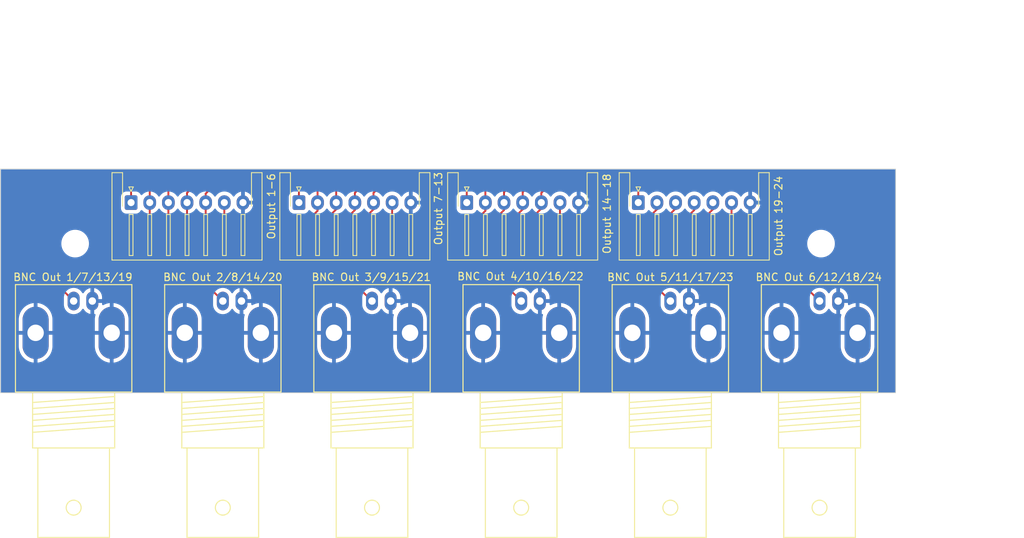
<source format=kicad_pcb>
(kicad_pcb (version 20221018) (generator pcbnew)
  (layers (0 "F.Cu" signal) (31 "B.Cu" signal) (34 "B.Paste" user) (35 "F.Paste" user) (36 "B.SilkS" user "B.Silkscreen") (37 "F.SilkS" user "F.Silkscreen") (38 "B.Mask" user) (39 "F.Mask" user) (44 "Edge.Cuts" user))
  (net 0 "")
  (net 1 "Blanking_Out1")
  (net 2 "Blanking_Out2")
  (net 3 "Blanking_Out3")
  (net 4 "Blanking_Out4")
  (net 5 "Blanking_Out5")
  (net 6 "Blanking_Out6")
  (net 7 "GNDREF")
  (footprint "Maxime:BNC_Socket_TYCO-AMP_LargePads" (layer "F.Cu") (at 139.8 77.7 180)
    (fp_text reference "J6" hide)
    (fp_text value "BNC Out 5/11/17/23" (at 0 8.2) (layer "F.SilkS"))
    (fp_line (start -7.80034 -7.2009) (end -7.80034 7.2009) (stroke (width 0.15)) (layer "F.SilkS"))
    (fp_line (start -7.80034 7.2009) (end 7.80034 7.2009) (stroke (width 0.15)) (layer "F.SilkS"))
    (fp_line (start -5.4991 -14.69898) (end -5.4991 -7.2009) (stroke (width 0.15)) (layer "F.SilkS"))
    (fp_line (start -5.4991 -11.80084) (end 5.4991 -12.60094) (stroke (width 0.15)) (layer "F.SilkS"))
    (fp_line (start -5.4991 -11.00074) (end 5.4991 -11.80084) (stroke (width 0.15)) (layer "F.SilkS"))
    (fp_line (start -5.4991 -10.20064) (end 5.4991 -11.00074) (stroke (width 0.15)) (layer "F.SilkS"))
    (fp_line (start -5.4991 -9.40054) (end 5.4991 -10.20064) (stroke (width 0.15)) (layer "F.SilkS"))
    (fp_line (start -5.4991 -8.60044) (end 5.4991 -9.40054) (stroke (width 0.15)) (layer "F.SilkS"))
    (fp_line (start -5.4991 -7.80034) (end 5.4991 -8.60044) (stroke (width 0.15)) (layer "F.SilkS"))
    (fp_line (start -4.8006 -26.70048) (end -4.8006 -14.69898) (stroke (width 0.15)) (layer "F.SilkS"))
    (fp_line (start 4.8006 -26.70048) (end -4.8006 -26.70048) (stroke (width 0.15)) (layer "F.SilkS"))
    (fp_line (start 4.8006 -14.69898) (end 4.8006 -26.70048) (stroke (width 0.15)) (layer "F.SilkS"))
    (fp_line (start 5.4991 -14.69898) (end -5.4991 -14.69898) (stroke (width 0.15)) (layer "F.SilkS"))
    (fp_line (start 5.4991 -7.2009) (end 5.4991 -14.69898) (stroke (width 0.15)) (layer "F.SilkS"))
    (fp_line (start 7.80034 -7.2009) (end -7.80034 -7.2009) (stroke (width 0.15)) (layer "F.SilkS"))
    (fp_line (start 7.80034 7.2009) (end 7.80034 -7.2009) (stroke (width 0.15)) (layer "F.SilkS"))
    (fp_circle (center 0 -22.69998) (end 1.00076 -22.69998) (stroke (width 0.15)) (fill none) (layer "F.SilkS"))
    (pad "1" thru_hole oval (at 0 5.00126 180) (size 1.6002 2.49936) (drill 1.00076) (layers "*.Cu" "*.Mask") (net 5 "Blanking_Out5"))
    (pad "2" thru_hole oval (at -5.09778 0.7366 180) (size 3.50012 7.00024) (drill 2.19964) (layers "*.Cu" "*.Mask") (net 7 "GNDREF"))
    (pad "2" thru_hole oval (at -2.49936 5.00126 180) (size 1.6002 2.49936) (drill 1.00076) (layers "*.Cu" "*.Mask") (net 7 "GNDREF"))
    (pad "2" thru_hole oval (at 5.10032 0.7366 180) (size 3.50012 7.00024) (drill 2.19964) (layers "*.Cu" "*.Mask") (net 7 "GNDREF"))
  )
  (footprint "Maxime:BNC_Socket_TYCO-AMP_LargePads" (layer "F.Cu") (at 159.8 77.7 180)
    (fp_text reference "J7" hide)
    (fp_text value "BNC Out 6/12/18/24" (at 0.1 8.2) (layer "F.SilkS"))
    (fp_line (start -7.80034 -7.2009) (end -7.80034 7.2009) (stroke (width 0.15)) (layer "F.SilkS"))
    (fp_line (start -7.80034 7.2009) (end 7.80034 7.2009) (stroke (width 0.15)) (layer "F.SilkS"))
    (fp_line (start -5.4991 -14.69898) (end -5.4991 -7.2009) (stroke (width 0.15)) (layer "F.SilkS"))
    (fp_line (start -5.4991 -11.80084) (end 5.4991 -12.60094) (stroke (width 0.15)) (layer "F.SilkS"))
    (fp_line (start -5.4991 -11.00074) (end 5.4991 -11.80084) (stroke (width 0.15)) (layer "F.SilkS"))
    (fp_line (start -5.4991 -10.20064) (end 5.4991 -11.00074) (stroke (width 0.15)) (layer "F.SilkS"))
    (fp_line (start -5.4991 -9.40054) (end 5.4991 -10.20064) (stroke (width 0.15)) (layer "F.SilkS"))
    (fp_line (start -5.4991 -8.60044) (end 5.4991 -9.40054) (stroke (width 0.15)) (layer "F.SilkS"))
    (fp_line (start -5.4991 -7.80034) (end 5.4991 -8.60044) (stroke (width 0.15)) (layer "F.SilkS"))
    (fp_line (start -4.8006 -26.70048) (end -4.8006 -14.69898) (stroke (width 0.15)) (layer "F.SilkS"))
    (fp_line (start 4.8006 -26.70048) (end -4.8006 -26.70048) (stroke (width 0.15)) (layer "F.SilkS"))
    (fp_line (start 4.8006 -14.69898) (end 4.8006 -26.70048) (stroke (width 0.15)) (layer "F.SilkS"))
    (fp_line (start 5.4991 -14.69898) (end -5.4991 -14.69898) (stroke (width 0.15)) (layer "F.SilkS"))
    (fp_line (start 5.4991 -7.2009) (end 5.4991 -14.69898) (stroke (width 0.15)) (layer "F.SilkS"))
    (fp_line (start 7.80034 -7.2009) (end -7.80034 -7.2009) (stroke (width 0.15)) (layer "F.SilkS"))
    (fp_line (start 7.80034 7.2009) (end 7.80034 -7.2009) (stroke (width 0.15)) (layer "F.SilkS"))
    (fp_circle (center 0 -22.69998) (end 1.00076 -22.69998) (stroke (width 0.15)) (fill none) (layer "F.SilkS"))
    (pad "1" thru_hole oval (at 0 5.00126 180) (size 1.6002 2.49936) (drill 1.00076) (layers "*.Cu" "*.Mask") (net 6 "Blanking_Out6"))
    (pad "2" thru_hole oval (at -5.09778 0.7366 180) (size 3.50012 7.00024) (drill 2.19964) (layers "*.Cu" "*.Mask") (net 7 "GNDREF"))
    (pad "2" thru_hole oval (at -2.49936 5.00126 180) (size 1.6002 2.49936) (drill 1.00076) (layers "*.Cu" "*.Mask") (net 7 "GNDREF"))
    (pad "2" thru_hole oval (at 5.10032 0.7366 180) (size 3.50012 7.00024) (drill 2.19964) (layers "*.Cu" "*.Mask") (net 7 "GNDREF"))
  )
  (footprint "MountingHole:MountingHole_3.2mm_M3" (layer "F.Cu") (at 60 65)
    (fp_text reference "REF**")
    (fp_text value "MountingHole_3.2mm_M3")
    (pad "" np_thru_hole circle (at 0 0) (size 3.2 3.2) (drill 3.2) (layers "*.Cu" "*.Mask"))
  )
  (footprint "Maxime:BNC_Socket_TYCO-AMP_LargePads" (layer "F.Cu") (at 119.8 77.7 180)
    (fp_text reference "J5" hide)
    (fp_text value "BNC Out 4/10/16/22" (at 0.1 8.3) (layer "F.SilkS"))
    (fp_line (start -7.80034 -7.2009) (end -7.80034 7.2009) (stroke (width 0.15)) (layer "F.SilkS"))
    (fp_line (start -7.80034 7.2009) (end 7.80034 7.2009) (stroke (width 0.15)) (layer "F.SilkS"))
    (fp_line (start -5.4991 -14.69898) (end -5.4991 -7.2009) (stroke (width 0.15)) (layer "F.SilkS"))
    (fp_line (start -5.4991 -11.80084) (end 5.4991 -12.60094) (stroke (width 0.15)) (layer "F.SilkS"))
    (fp_line (start -5.4991 -11.00074) (end 5.4991 -11.80084) (stroke (width 0.15)) (layer "F.SilkS"))
    (fp_line (start -5.4991 -10.20064) (end 5.4991 -11.00074) (stroke (width 0.15)) (layer "F.SilkS"))
    (fp_line (start -5.4991 -9.40054) (end 5.4991 -10.20064) (stroke (width 0.15)) (layer "F.SilkS"))
    (fp_line (start -5.4991 -8.60044) (end 5.4991 -9.40054) (stroke (width 0.15)) (layer "F.SilkS"))
    (fp_line (start -5.4991 -7.80034) (end 5.4991 -8.60044) (stroke (width 0.15)) (layer "F.SilkS"))
    (fp_line (start -4.8006 -26.70048) (end -4.8006 -14.69898) (stroke (width 0.15)) (layer "F.SilkS"))
    (fp_line (start 4.8006 -26.70048) (end -4.8006 -26.70048) (stroke (width 0.15)) (layer "F.SilkS"))
    (fp_line (start 4.8006 -14.69898) (end 4.8006 -26.70048) (stroke (width 0.15)) (layer "F.SilkS"))
    (fp_line (start 5.4991 -14.69898) (end -5.4991 -14.69898) (stroke (width 0.15)) (layer "F.SilkS"))
    (fp_line (start 5.4991 -7.2009) (end 5.4991 -14.69898) (stroke (width 0.15)) (layer "F.SilkS"))
    (fp_line (start 7.80034 -7.2009) (end -7.80034 -7.2009) (stroke (width 0.15)) (layer "F.SilkS"))
    (fp_line (start 7.80034 7.2009) (end 7.80034 -7.2009) (stroke (width 0.15)) (layer "F.SilkS"))
    (fp_circle (center 0 -22.69998) (end 1.00076 -22.69998) (stroke (width 0.15)) (fill none) (layer "F.SilkS"))
    (pad "1" thru_hole oval (at 0 5.00126 180) (size 1.6002 2.49936) (drill 1.00076) (layers "*.Cu" "*.Mask") (net 4 "Blanking_Out4"))
    (pad "2" thru_hole oval (at -5.09778 0.7366 180) (size 3.50012 7.00024) (drill 2.19964) (layers "*.Cu" "*.Mask") (net 7 "GNDREF"))
    (pad "2" thru_hole oval (at -2.49936 5.00126 180) (size 1.6002 2.49936) (drill 1.00076) (layers "*.Cu" "*.Mask") (net 7 "GNDREF"))
    (pad "2" thru_hole oval (at 5.10032 0.7366 180) (size 3.50012 7.00024) (drill 2.19964) (layers "*.Cu" "*.Mask") (net 7 "GNDREF"))
  )
  (footprint "Maxime:BNC_Socket_TYCO-AMP_LargePads" (layer "F.Cu") (at 79.8 77.7 180)
    (fp_text reference "J3" hide)
    (fp_text value "BNC Out 2/8/14/20" (at 0 8.2) (layer "F.SilkS"))
    (fp_line (start -7.80034 -7.2009) (end -7.80034 7.2009) (stroke (width 0.15)) (layer "F.SilkS"))
    (fp_line (start -7.80034 7.2009) (end 7.80034 7.2009) (stroke (width 0.15)) (layer "F.SilkS"))
    (fp_line (start -5.4991 -14.69898) (end -5.4991 -7.2009) (stroke (width 0.15)) (layer "F.SilkS"))
    (fp_line (start -5.4991 -11.80084) (end 5.4991 -12.60094) (stroke (width 0.15)) (layer "F.SilkS"))
    (fp_line (start -5.4991 -11.00074) (end 5.4991 -11.80084) (stroke (width 0.15)) (layer "F.SilkS"))
    (fp_line (start -5.4991 -10.20064) (end 5.4991 -11.00074) (stroke (width 0.15)) (layer "F.SilkS"))
    (fp_line (start -5.4991 -9.40054) (end 5.4991 -10.20064) (stroke (width 0.15)) (layer "F.SilkS"))
    (fp_line (start -5.4991 -8.60044) (end 5.4991 -9.40054) (stroke (width 0.15)) (layer "F.SilkS"))
    (fp_line (start -5.4991 -7.80034) (end 5.4991 -8.60044) (stroke (width 0.15)) (layer "F.SilkS"))
    (fp_line (start -4.8006 -26.70048) (end -4.8006 -14.69898) (stroke (width 0.15)) (layer "F.SilkS"))
    (fp_line (start 4.8006 -26.70048) (end -4.8006 -26.70048) (stroke (width 0.15)) (layer "F.SilkS"))
    (fp_line (start 4.8006 -14.69898) (end 4.8006 -26.70048) (stroke (width 0.15)) (layer "F.SilkS"))
    (fp_line (start 5.4991 -14.69898) (end -5.4991 -14.69898) (stroke (width 0.15)) (layer "F.SilkS"))
    (fp_line (start 5.4991 -7.2009) (end 5.4991 -14.69898) (stroke (width 0.15)) (layer "F.SilkS"))
    (fp_line (start 7.80034 -7.2009) (end -7.80034 -7.2009) (stroke (width 0.15)) (layer "F.SilkS"))
    (fp_line (start 7.80034 7.2009) (end 7.80034 -7.2009) (stroke (width 0.15)) (layer "F.SilkS"))
    (fp_circle (center 0 -22.69998) (end 1.00076 -22.69998) (stroke (width 0.15)) (fill none) (layer "F.SilkS"))
    (pad "1" thru_hole oval (at 0 5.00126 180) (size 1.6002 2.49936) (drill 1.00076) (layers "*.Cu" "*.Mask") (net 2 "Blanking_Out2"))
    (pad "2" thru_hole oval (at -5.09778 0.7366 180) (size 3.50012 7.00024) (drill 2.19964) (layers "*.Cu" "*.Mask") (net 7 "GNDREF"))
    (pad "2" thru_hole oval (at -2.49936 5.00126 180) (size 1.6002 2.49936) (drill 1.00076) (layers "*.Cu" "*.Mask") (net 7 "GNDREF"))
    (pad "2" thru_hole oval (at 5.10032 0.7366 180) (size 3.50012 7.00024) (drill 2.19964) (layers "*.Cu" "*.Mask") (net 7 "GNDREF"))
  )
  (footprint "MountingHole:MountingHole_3.2mm_M3" (layer "F.Cu") (at 160 65)
    (fp_text reference "REF**")
    (fp_text value "MountingHole_3.2mm_M3")
    (pad "" np_thru_hole circle (at 0 0) (size 3.2 3.2) (drill 3.2) (layers "*.Cu" "*.Mask"))
  )
  (footprint "Connector_JST:JST_XH_S7B-XH-A-1_1x07_P2.50mm_Horizontal" (layer "F.Cu") (at 135.5 59.5)
    (fp_text reference "J10")
    (fp_text value "Output 19-24" (at 18.8 1.8 90) (layer "F.SilkS"))
    (fp_line (start -2.56 -4.01) (end -1.14 -4.01) (stroke (width 0.12)) (layer "F.SilkS"))
    (fp_line (start -2.56 7.71) (end -2.56 -4.01) (stroke (width 0.12)) (layer "F.SilkS"))
    (fp_line (start -1.14 -4.01) (end -1.14 0.49) (stroke (width 0.12)) (layer "F.SilkS"))
    (fp_line (start -0.3 -2.1) (end 0.3 -2.1) (stroke (width 0.12)) (layer "F.SilkS"))
    (fp_line (start -0.25 1.6) (end -0.25 7.1) (stroke (width 0.12)) (layer "F.SilkS"))
    (fp_line (start -0.25 7.1) (end 0.25 7.1) (stroke (width 0.12)) (layer "F.SilkS"))
    (fp_line (start 0 -1.5) (end -0.3 -2.1) (stroke (width 0.12)) (layer "F.SilkS"))
    (fp_line (start 0.25 1.6) (end -0.25 1.6) (stroke (width 0.12)) (layer "F.SilkS"))
    (fp_line (start 0.25 7.1) (end 0.25 1.6) (stroke (width 0.12)) (layer "F.SilkS"))
    (fp_line (start 0.3 -2.1) (end 0 -1.5) (stroke (width 0.12)) (layer "F.SilkS"))
    (fp_line (start 2.25 1.6) (end 2.25 7.1) (stroke (width 0.12)) (layer "F.SilkS"))
    (fp_line (start 2.25 7.1) (end 2.75 7.1) (stroke (width 0.12)) (layer "F.SilkS"))
    (fp_line (start 2.75 1.6) (end 2.25 1.6) (stroke (width 0.12)) (layer "F.SilkS"))
    (fp_line (start 2.75 7.1) (end 2.75 1.6) (stroke (width 0.12)) (layer "F.SilkS"))
    (fp_line (start 4.75 1.6) (end 4.75 7.1) (stroke (width 0.12)) (layer "F.SilkS"))
    (fp_line (start 4.75 7.1) (end 5.25 7.1) (stroke (width 0.12)) (layer "F.SilkS"))
    (fp_line (start 5.25 1.6) (end 4.75 1.6) (stroke (width 0.12)) (layer "F.SilkS"))
    (fp_line (start 5.25 7.1) (end 5.25 1.6) (stroke (width 0.12)) (layer "F.SilkS"))
    (fp_line (start 7.25 1.6) (end 7.25 7.1) (stroke (width 0.12)) (layer "F.SilkS"))
    (fp_line (start 7.25 7.1) (end 7.75 7.1) (stroke (width 0.12)) (layer "F.SilkS"))
    (fp_line (start 7.5 7.71) (end -2.56 7.71) (stroke (width 0.12)) (layer "F.SilkS"))
    (fp_line (start 7.5 7.71) (end 17.56 7.71) (stroke (width 0.12)) (layer "F.SilkS"))
    (fp_line (start 7.75 1.6) (end 7.25 1.6) (stroke (width 0.12)) (layer "F.SilkS"))
    (fp_line (start 7.75 7.1) (end 7.75 1.6) (stroke (width 0.12)) (layer "F.SilkS"))
    (fp_line (start 9.75 1.6) (end 9.75 7.1) (stroke (width 0.12)) (layer "F.SilkS"))
    (fp_line (start 9.75 7.1) (end 10.25 7.1) (stroke (width 0.12)) (layer "F.SilkS"))
    (fp_line (start 10.25 1.6) (end 9.75 1.6) (stroke (width 0.12)) (layer "F.SilkS"))
    (fp_line (start 10.25 7.1) (end 10.25 1.6) (stroke (width 0.12)) (layer "F.SilkS"))
    (fp_line (start 12.25 1.6) (end 12.25 7.1) (stroke (width 0.12)) (layer "F.SilkS"))
    (fp_line (start 12.25 7.1) (end 12.75 7.1) (stroke (width 0.12)) (layer "F.SilkS"))
    (fp_line (start 12.75 1.6) (end 12.25 1.6) (stroke (width 0.12)) (layer "F.SilkS"))
    (fp_line (start 12.75 7.1) (end 12.75 1.6) (stroke (width 0.12)) (layer "F.SilkS"))
    (fp_line (start 14.75 1.6) (end 14.75 7.1) (stroke (width 0.12)) (layer "F.SilkS"))
    (fp_line (start 14.75 7.1) (end 15.25 7.1) (stroke (width 0.12)) (layer "F.SilkS"))
    (fp_line (start 15.25 1.6) (end 14.75 1.6) (stroke (width 0.12)) (layer "F.SilkS"))
    (fp_line (start 15.25 7.1) (end 15.25 1.6) (stroke (width 0.12)) (layer "F.SilkS"))
    (fp_line (start 16.14 -4.01) (end 16.14 0.49) (stroke (width 0.12)) (layer "F.SilkS"))
    (fp_line (start 17.56 -4.01) (end 16.14 -4.01) (stroke (width 0.12)) (layer "F.SilkS"))
    (fp_line (start 17.56 7.71) (end 17.56 -4.01) (stroke (width 0.12)) (layer "F.SilkS"))
    (pad "1" thru_hole roundrect (at 0 0) (size 1.7 1.95) (drill 0.95) (layers "*.Cu" "*.Mask") (roundrect_rratio 0.1470588235) (net 1 "Blanking_Out1"))
    (pad "2" thru_hole oval (at 2.5 0) (size 1.7 1.95) (drill 0.95) (layers "*.Cu" "*.Mask") (net 2 "Blanking_Out2"))
    (pad "3" thru_hole oval (at 5 0) (size 1.7 1.95) (drill 0.95) (layers "*.Cu" "*.Mask") (net 3 "Blanking_Out3"))
    (pad "4" thru_hole oval (at 7.5 0) (size 1.7 1.95) (drill 0.95) (layers "*.Cu" "*.Mask") (net 4 "Blanking_Out4"))
    (pad "5" thru_hole oval (at 10 0) (size 1.7 1.95) (drill 0.95) (layers "*.Cu" "*.Mask") (net 5 "Blanking_Out5"))
    (pad "6" thru_hole oval (at 12.5 0) (size 1.7 1.95) (drill 0.95) (layers "*.Cu" "*.Mask") (net 6 "Blanking_Out6"))
    (pad "7" thru_hole oval (at 15 0) (size 1.7 1.95) (drill 0.95) (layers "*.Cu" "*.Mask") (net 7 "GNDREF"))
  )
  (footprint "Maxime:BNC_Socket_TYCO-AMP_LargePads" (layer "F.Cu") (at 99.8 77.7 180)
    (fp_text reference "J4" hide)
    (fp_text value "BNC Out 3/9/15/21" (at 0.1 8.2) (layer "F.SilkS"))
    (fp_line (start -7.80034 -7.2009) (end -7.80034 7.2009) (stroke (width 0.15)) (layer "F.SilkS"))
    (fp_line (start -7.80034 7.2009) (end 7.80034 7.2009) (stroke (width 0.15)) (layer "F.SilkS"))
    (fp_line (start -5.4991 -14.69898) (end -5.4991 -7.2009) (stroke (width 0.15)) (layer "F.SilkS"))
    (fp_line (start -5.4991 -11.80084) (end 5.4991 -12.60094) (stroke (width 0.15)) (layer "F.SilkS"))
    (fp_line (start -5.4991 -11.00074) (end 5.4991 -11.80084) (stroke (width 0.15)) (layer "F.SilkS"))
    (fp_line (start -5.4991 -10.20064) (end 5.4991 -11.00074) (stroke (width 0.15)) (layer "F.SilkS"))
    (fp_line (start -5.4991 -9.40054) (end 5.4991 -10.20064) (stroke (width 0.15)) (layer "F.SilkS"))
    (fp_line (start -5.4991 -8.60044) (end 5.4991 -9.40054) (stroke (width 0.15)) (layer "F.SilkS"))
    (fp_line (start -5.4991 -7.80034) (end 5.4991 -8.60044) (stroke (width 0.15)) (layer "F.SilkS"))
    (fp_line (start -4.8006 -26.70048) (end -4.8006 -14.69898) (stroke (width 0.15)) (layer "F.SilkS"))
    (fp_line (start 4.8006 -26.70048) (end -4.8006 -26.70048) (stroke (width 0.15)) (layer "F.SilkS"))
    (fp_line (start 4.8006 -14.69898) (end 4.8006 -26.70048) (stroke (width 0.15)) (layer "F.SilkS"))
    (fp_line (start 5.4991 -14.69898) (end -5.4991 -14.69898) (stroke (width 0.15)) (layer "F.SilkS"))
    (fp_line (start 5.4991 -7.2009) (end 5.4991 -14.69898) (stroke (width 0.15)) (layer "F.SilkS"))
    (fp_line (start 7.80034 -7.2009) (end -7.80034 -7.2009) (stroke (width 0.15)) (layer "F.SilkS"))
    (fp_line (start 7.80034 7.2009) (end 7.80034 -7.2009) (stroke (width 0.15)) (layer "F.SilkS"))
    (fp_circle (center 0 -22.69998) (end 1.00076 -22.69998) (stroke (width 0.15)) (fill none) (layer "F.SilkS"))
    (pad "1" thru_hole oval (at 0 5.00126 180) (size 1.6002 2.49936) (drill 1.00076) (layers "*.Cu" "*.Mask") (net 3 "Blanking_Out3"))
    (pad "2" thru_hole oval (at -5.09778 0.7366 180) (size 3.50012 7.00024) (drill 2.19964) (layers "*.Cu" "*.Mask") (net 7 "GNDREF"))
    (pad "2" thru_hole oval (at -2.49936 5.00126 180) (size 1.6002 2.49936) (drill 1.00076) (layers "*.Cu" "*.Mask") (net 7 "GNDREF"))
    (pad "2" thru_hole oval (at 5.10032 0.7366 180) (size 3.50012 7.00024) (drill 2.19964) (layers "*.Cu" "*.Mask") (net 7 "GNDREF"))
  )
  (footprint "Connector_JST:JST_XH_S7B-XH-A-1_1x07_P2.50mm_Horizontal" (layer "F.Cu") (at 112.5 59.5)
    (fp_text reference "J9")
    (fp_text value "Output 14-18" (at 18.8 1.5 90) (layer "F.SilkS"))
    (fp_line (start -2.56 -4.01) (end -1.14 -4.01) (stroke (width 0.12)) (layer "F.SilkS"))
    (fp_line (start -2.56 7.71) (end -2.56 -4.01) (stroke (width 0.12)) (layer "F.SilkS"))
    (fp_line (start -1.14 -4.01) (end -1.14 0.49) (stroke (width 0.12)) (layer "F.SilkS"))
    (fp_line (start -0.3 -2.1) (end 0.3 -2.1) (stroke (width 0.12)) (layer "F.SilkS"))
    (fp_line (start -0.25 1.6) (end -0.25 7.1) (stroke (width 0.12)) (layer "F.SilkS"))
    (fp_line (start -0.25 7.1) (end 0.25 7.1) (stroke (width 0.12)) (layer "F.SilkS"))
    (fp_line (start 0 -1.5) (end -0.3 -2.1) (stroke (width 0.12)) (layer "F.SilkS"))
    (fp_line (start 0.25 1.6) (end -0.25 1.6) (stroke (width 0.12)) (layer "F.SilkS"))
    (fp_line (start 0.25 7.1) (end 0.25 1.6) (stroke (width 0.12)) (layer "F.SilkS"))
    (fp_line (start 0.3 -2.1) (end 0 -1.5) (stroke (width 0.12)) (layer "F.SilkS"))
    (fp_line (start 2.25 1.6) (end 2.25 7.1) (stroke (width 0.12)) (layer "F.SilkS"))
    (fp_line (start 2.25 7.1) (end 2.75 7.1) (stroke (width 0.12)) (layer "F.SilkS"))
    (fp_line (start 2.75 1.6) (end 2.25 1.6) (stroke (width 0.12)) (layer "F.SilkS"))
    (fp_line (start 2.75 7.1) (end 2.75 1.6) (stroke (width 0.12)) (layer "F.SilkS"))
    (fp_line (start 4.75 1.6) (end 4.75 7.1) (stroke (width 0.12)) (layer "F.SilkS"))
    (fp_line (start 4.75 7.1) (end 5.25 7.1) (stroke (width 0.12)) (layer "F.SilkS"))
    (fp_line (start 5.25 1.6) (end 4.75 1.6) (stroke (width 0.12)) (layer "F.SilkS"))
    (fp_line (start 5.25 7.1) (end 5.25 1.6) (stroke (width 0.12)) (layer "F.SilkS"))
    (fp_line (start 7.25 1.6) (end 7.25 7.1) (stroke (width 0.12)) (layer "F.SilkS"))
    (fp_line (start 7.25 7.1) (end 7.75 7.1) (stroke (width 0.12)) (layer "F.SilkS"))
    (fp_line (start 7.5 7.71) (end -2.56 7.71) (stroke (width 0.12)) (layer "F.SilkS"))
    (fp_line (start 7.5 7.71) (end 17.56 7.71) (stroke (width 0.12)) (layer "F.SilkS"))
    (fp_line (start 7.75 1.6) (end 7.25 1.6) (stroke (width 0.12)) (layer "F.SilkS"))
    (fp_line (start 7.75 7.1) (end 7.75 1.6) (stroke (width 0.12)) (layer "F.SilkS"))
    (fp_line (start 9.75 1.6) (end 9.75 7.1) (stroke (width 0.12)) (layer "F.SilkS"))
    (fp_line (start 9.75 7.1) (end 10.25 7.1) (stroke (width 0.12)) (layer "F.SilkS"))
    (fp_line (start 10.25 1.6) (end 9.75 1.6) (stroke (width 0.12)) (layer "F.SilkS"))
    (fp_line (start 10.25 7.1) (end 10.25 1.6) (stroke (width 0.12)) (layer "F.SilkS"))
    (fp_line (start 12.25 1.6) (end 12.25 7.1) (stroke (width 0.12)) (layer "F.SilkS"))
    (fp_line (start 12.25 7.1) (end 12.75 7.1) (stroke (width 0.12)) (layer "F.SilkS"))
    (fp_line (start 12.75 1.6) (end 12.25 1.6) (stroke (width 0.12)) (layer "F.SilkS"))
    (fp_line (start 12.75 7.1) (end 12.75 1.6) (stroke (width 0.12)) (layer "F.SilkS"))
    (fp_line (start 14.75 1.6) (end 14.75 7.1) (stroke (width 0.12)) (layer "F.SilkS"))
    (fp_line (start 14.75 7.1) (end 15.25 7.1) (stroke (width 0.12)) (layer "F.SilkS"))
    (fp_line (start 15.25 1.6) (end 14.75 1.6) (stroke (width 0.12)) (layer "F.SilkS"))
    (fp_line (start 15.25 7.1) (end 15.25 1.6) (stroke (width 0.12)) (layer "F.SilkS"))
    (fp_line (start 16.14 -4.01) (end 16.14 0.49) (stroke (width 0.12)) (layer "F.SilkS"))
    (fp_line (start 17.56 -4.01) (end 16.14 -4.01) (stroke (width 0.12)) (layer "F.SilkS"))
    (fp_line (start 17.56 7.71) (end 17.56 -4.01) (stroke (width 0.12)) (layer "F.SilkS"))
    (pad "1" thru_hole roundrect (at 0 0) (size 1.7 1.95) (drill 0.95) (layers "*.Cu" "*.Mask") (roundrect_rratio 0.1470588235) (net 1 "Blanking_Out1"))
    (pad "2" thru_hole oval (at 2.5 0) (size 1.7 1.95) (drill 0.95) (layers "*.Cu" "*.Mask") (net 2 "Blanking_Out2"))
    (pad "3" thru_hole oval (at 5 0) (size 1.7 1.95) (drill 0.95) (layers "*.Cu" "*.Mask") (net 3 "Blanking_Out3"))
    (pad "4" thru_hole oval (at 7.5 0) (size 1.7 1.95) (drill 0.95) (layers "*.Cu" "*.Mask") (net 4 "Blanking_Out4"))
    (pad "5" thru_hole oval (at 10 0) (size 1.7 1.95) (drill 0.95) (layers "*.Cu" "*.Mask") (net 5 "Blanking_Out5"))
    (pad "6" thru_hole oval (at 12.5 0) (size 1.7 1.95) (drill 0.95) (layers "*.Cu" "*.Mask") (net 6 "Blanking_Out6"))
    (pad "7" thru_hole oval (at 15 0) (size 1.7 1.95) (drill 0.95) (layers "*.Cu" "*.Mask") (net 7 "GNDREF"))
  )
  (footprint "Maxime:BNC_Socket_TYCO-AMP_LargePads" (layer "F.Cu") (at 59.8 77.7 180)
    (fp_text reference "J2" hide)
    (fp_text value "BNC Out 1/7/13/19" (at 0.1 8.2) (layer "F.SilkS"))
    (fp_line (start -7.80034 -7.2009) (end -7.80034 7.2009) (stroke (width 0.15)) (layer "F.SilkS"))
    (fp_line (start -7.80034 7.2009) (end 7.80034 7.2009) (stroke (width 0.15)) (layer "F.SilkS"))
    (fp_line (start -5.4991 -14.69898) (end -5.4991 -7.2009) (stroke (width 0.15)) (layer "F.SilkS"))
    (fp_line (start -5.4991 -11.80084) (end 5.4991 -12.60094) (stroke (width 0.15)) (layer "F.SilkS"))
    (fp_line (start -5.4991 -11.00074) (end 5.4991 -11.80084) (stroke (width 0.15)) (layer "F.SilkS"))
    (fp_line (start -5.4991 -10.20064) (end 5.4991 -11.00074) (stroke (width 0.15)) (layer "F.SilkS"))
    (fp_line (start -5.4991 -9.40054) (end 5.4991 -10.20064) (stroke (width 0.15)) (layer "F.SilkS"))
    (fp_line (start -5.4991 -8.60044) (end 5.4991 -9.40054) (stroke (width 0.15)) (layer "F.SilkS"))
    (fp_line (start -5.4991 -7.80034) (end 5.4991 -8.60044) (stroke (width 0.15)) (layer "F.SilkS"))
    (fp_line (start -4.8006 -26.70048) (end -4.8006 -14.69898) (stroke (width 0.15)) (layer "F.SilkS"))
    (fp_line (start 4.8006 -26.70048) (end -4.8006 -26.70048) (stroke (width 0.15)) (layer "F.SilkS"))
    (fp_line (start 4.8006 -14.69898) (end 4.8006 -26.70048) (stroke (width 0.15)) (layer "F.SilkS"))
    (fp_line (start 5.4991 -14.69898) (end -5.4991 -14.69898) (stroke (width 0.15)) (layer "F.SilkS"))
    (fp_line (start 5.4991 -7.2009) (end 5.4991 -14.69898) (stroke (width 0.15)) (layer "F.SilkS"))
    (fp_line (start 7.80034 -7.2009) (end -7.80034 -7.2009) (stroke (width 0.15)) (layer "F.SilkS"))
    (fp_line (start 7.80034 7.2009) (end 7.80034 -7.2009) (stroke (width 0.15)) (layer "F.SilkS"))
    (fp_circle (center 0 -22.69998) (end 1.00076 -22.69998) (stroke (width 0.15)) (fill none) (layer "F.SilkS"))
    (pad "1" thru_hole oval (at 0 5.00126 180) (size 1.6002 2.49936) (drill 1.00076) (layers "*.Cu" "*.Mask") (net 1 "Blanking_Out1"))
    (pad "2" thru_hole oval (at -5.09778 0.7366 180) (size 3.50012 7.00024) (drill 2.19964) (layers "*.Cu" "*.Mask") (net 7 "GNDREF"))
    (pad "2" thru_hole oval (at -2.49936 5.00126 180) (size 1.6002 2.49936) (drill 1.00076) (layers "*.Cu" "*.Mask") (net 7 "GNDREF"))
    (pad "2" thru_hole oval (at 5.10032 0.7366 180) (size 3.50012 7.00024) (drill 2.19964) (layers "*.Cu" "*.Mask") (net 7 "GNDREF"))
  )
  (footprint "Connector_JST:JST_XH_S7B-XH-A-1_1x07_P2.50mm_Horizontal" (layer "F.Cu") (at 90 59.5)
    (fp_text reference "J8")
    (fp_text value "Output 7-13" (at 18.7 0.8 90) (layer "F.SilkS"))
    (fp_line (start -2.56 -4.01) (end -1.14 -4.01) (stroke (width 0.12)) (layer "F.SilkS"))
    (fp_line (start -2.56 7.71) (end -2.56 -4.01) (stroke (width 0.12)) (layer "F.SilkS"))
    (fp_line (start -1.14 -4.01) (end -1.14 0.49) (stroke (width 0.12)) (layer "F.SilkS"))
    (fp_line (start -0.3 -2.1) (end 0.3 -2.1) (stroke (width 0.12)) (layer "F.SilkS"))
    (fp_line (start -0.25 1.6) (end -0.25 7.1) (stroke (width 0.12)) (layer "F.SilkS"))
    (fp_line (start -0.25 7.1) (end 0.25 7.1) (stroke (width 0.12)) (layer "F.SilkS"))
    (fp_line (start 0 -1.5) (end -0.3 -2.1) (stroke (width 0.12)) (layer "F.SilkS"))
    (fp_line (start 0.25 1.6) (end -0.25 1.6) (stroke (width 0.12)) (layer "F.SilkS"))
    (fp_line (start 0.25 7.1) (end 0.25 1.6) (stroke (width 0.12)) (layer "F.SilkS"))
    (fp_line (start 0.3 -2.1) (end 0 -1.5) (stroke (width 0.12)) (layer "F.SilkS"))
    (fp_line (start 2.25 1.6) (end 2.25 7.1) (stroke (width 0.12)) (layer "F.SilkS"))
    (fp_line (start 2.25 7.1) (end 2.75 7.1) (stroke (width 0.12)) (layer "F.SilkS"))
    (fp_line (start 2.75 1.6) (end 2.25 1.6) (stroke (width 0.12)) (layer "F.SilkS"))
    (fp_line (start 2.75 7.1) (end 2.75 1.6) (stroke (width 0.12)) (layer "F.SilkS"))
    (fp_line (start 4.75 1.6) (end 4.75 7.1) (stroke (width 0.12)) (layer "F.SilkS"))
    (fp_line (start 4.75 7.1) (end 5.25 7.1) (stroke (width 0.12)) (layer "F.SilkS"))
    (fp_line (start 5.25 1.6) (end 4.75 1.6) (stroke (width 0.12)) (layer "F.SilkS"))
    (fp_line (start 5.25 7.1) (end 5.25 1.6) (stroke (width 0.12)) (layer "F.SilkS"))
    (fp_line (start 7.25 1.6) (end 7.25 7.1) (stroke (width 0.12)) (layer "F.SilkS"))
    (fp_line (start 7.25 7.1) (end 7.75 7.1) (stroke (width 0.12)) (layer "F.SilkS"))
    (fp_line (start 7.5 7.71) (end -2.56 7.71) (stroke (width 0.12)) (layer "F.SilkS"))
    (fp_line (start 7.5 7.71) (end 17.56 7.71) (stroke (width 0.12)) (layer "F.SilkS"))
    (fp_line (start 7.75 1.6) (end 7.25 1.6) (stroke (width 0.12)) (layer "F.SilkS"))
    (fp_line (start 7.75 7.1) (end 7.75 1.6) (stroke (width 0.12)) (layer "F.SilkS"))
    (fp_line (start 9.75 1.6) (end 9.75 7.1) (stroke (width 0.12)) (layer "F.SilkS"))
    (fp_line (start 9.75 7.1) (end 10.25 7.1) (stroke (width 0.12)) (layer "F.SilkS"))
    (fp_line (start 10.25 1.6) (end 9.75 1.6) (stroke (width 0.12)) (layer "F.SilkS"))
    (fp_line (start 10.25 7.1) (end 10.25 1.6) (stroke (width 0.12)) (layer "F.SilkS"))
    (fp_line (start 12.25 1.6) (end 12.25 7.1) (stroke (width 0.12)) (layer "F.SilkS"))
    (fp_line (start 12.25 7.1) (end 12.75 7.1) (stroke (width 0.12)) (layer "F.SilkS"))
    (fp_line (start 12.75 1.6) (end 12.25 1.6) (stroke (width 0.12)) (layer "F.SilkS"))
    (fp_line (start 12.75 7.1) (end 12.75 1.6) (stroke (width 0.12)) (layer "F.SilkS"))
    (fp_line (start 14.75 1.6) (end 14.75 7.1) (stroke (width 0.12)) (layer "F.SilkS"))
    (fp_line (start 14.75 7.1) (end 15.25 7.1) (stroke (width 0.12)) (layer "F.SilkS"))
    (fp_line (start 15.25 1.6) (end 14.75 1.6) (stroke (width 0.12)) (layer "F.SilkS"))
    (fp_line (start 15.25 7.1) (end 15.25 1.6) (stroke (width 0.12)) (layer "F.SilkS"))
    (fp_line (start 16.14 -4.01) (end 16.14 0.49) (stroke (width 0.12)) (layer "F.SilkS"))
    (fp_line (start 17.56 -4.01) (end 16.14 -4.01) (stroke (width 0.12)) (layer "F.SilkS"))
    (fp_line (start 17.56 7.71) (end 17.56 -4.01) (stroke (width 0.12)) (layer "F.SilkS"))
    (pad "1" thru_hole roundrect (at 0 0) (size 1.7 1.95) (drill 0.95) (layers "*.Cu" "*.Mask") (roundrect_rratio 0.1470588235) (net 1 "Blanking_Out1"))
    (pad "2" thru_hole oval (at 2.5 0) (size 1.7 1.95) (drill 0.95) (layers "*.Cu" "*.Mask") (net 2 "Blanking_Out2"))
    (pad "3" thru_hole oval (at 5 0) (size 1.7 1.95) (drill 0.95) (layers "*.Cu" "*.Mask") (net 3 "Blanking_Out3"))
    (pad "4" thru_hole oval (at 7.5 0) (size 1.7 1.95) (drill 0.95) (layers "*.Cu" "*.Mask") (net 4 "Blanking_Out4"))
    (pad "5" thru_hole oval (at 10 0) (size 1.7 1.95) (drill 0.95) (layers "*.Cu" "*.Mask") (net 5 "Blanking_Out5"))
    (pad "6" thru_hole oval (at 12.5 0) (size 1.7 1.95) (drill 0.95) (layers "*.Cu" "*.Mask") (net 6 "Blanking_Out6"))
    (pad "7" thru_hole oval (at 15 0) (size 1.7 1.95) (drill 0.95) (layers "*.Cu" "*.Mask") (net 7 "GNDREF"))
  )
  (footprint "Connector_JST:JST_XH_S7B-XH-A-1_1x07_P2.50mm_Horizontal" (layer "F.Cu") (at 67.5 59.5)
    (fp_text reference "J1")
    (fp_text value "Output 1-6" (at 18.8 0.5 90) (layer "F.SilkS"))
    (fp_line (start -2.56 -4.01) (end -1.14 -4.01) (stroke (width 0.12)) (layer "F.SilkS"))
    (fp_line (start -2.56 7.71) (end -2.56 -4.01) (stroke (width 0.12)) (layer "F.SilkS"))
    (fp_line (start -1.14 -4.01) (end -1.14 0.49) (stroke (width 0.12)) (layer "F.SilkS"))
    (fp_line (start -0.3 -2.1) (end 0.3 -2.1) (stroke (width 0.12)) (layer "F.SilkS"))
    (fp_line (start -0.25 1.6) (end -0.25 7.1) (stroke (width 0.12)) (layer "F.SilkS"))
    (fp_line (start -0.25 7.1) (end 0.25 7.1) (stroke (width 0.12)) (layer "F.SilkS"))
    (fp_line (start 0 -1.5) (end -0.3 -2.1) (stroke (width 0.12)) (layer "F.SilkS"))
    (fp_line (start 0.25 1.6) (end -0.25 1.6) (stroke (width 0.12)) (layer "F.SilkS"))
    (fp_line (start 0.25 7.1) (end 0.25 1.6) (stroke (width 0.12)) (layer "F.SilkS"))
    (fp_line (start 0.3 -2.1) (end 0 -1.5) (stroke (width 0.12)) (layer "F.SilkS"))
    (fp_line (start 2.25 1.6) (end 2.25 7.1) (stroke (width 0.12)) (layer "F.SilkS"))
    (fp_line (start 2.25 7.1) (end 2.75 7.1) (stroke (width 0.12)) (layer "F.SilkS"))
    (fp_line (start 2.75 1.6) (end 2.25 1.6) (stroke (width 0.12)) (layer "F.SilkS"))
    (fp_line (start 2.75 7.1) (end 2.75 1.6) (stroke (width 0.12)) (layer "F.SilkS"))
    (fp_line (start 4.75 1.6) (end 4.75 7.1) (stroke (width 0.12)) (layer "F.SilkS"))
    (fp_line (start 4.75 7.1) (end 5.25 7.1) (stroke (width 0.12)) (layer "F.SilkS"))
    (fp_line (start 5.25 1.6) (end 4.75 1.6) (stroke (width 0.12)) (layer "F.SilkS"))
    (fp_line (start 5.25 7.1) (end 5.25 1.6) (stroke (width 0.12)) (layer "F.SilkS"))
    (fp_line (start 7.25 1.6) (end 7.25 7.1) (stroke (width 0.12)) (layer "F.SilkS"))
    (fp_line (start 7.25 7.1) (end 7.75 7.1) (stroke (width 0.12)) (layer "F.SilkS"))
    (fp_line (start 7.5 7.71) (end -2.56 7.71) (stroke (width 0.12)) (layer "F.SilkS"))
    (fp_line (start 7.5 7.71) (end 17.56 7.71) (stroke (width 0.12)) (layer "F.SilkS"))
    (fp_line (start 7.75 1.6) (end 7.25 1.6) (stroke (width 0.12)) (layer "F.SilkS"))
    (fp_line (start 7.75 7.1) (end 7.75 1.6) (stroke (width 0.12)) (layer "F.SilkS"))
    (fp_line (start 9.75 1.6) (end 9.75 7.1) (stroke (width 0.12)) (layer "F.SilkS"))
    (fp_line (start 9.75 7.1) (end 10.25 7.1) (stroke (width 0.12)) (layer "F.SilkS"))
    (fp_line (start 10.25 1.6) (end 9.75 1.6) (stroke (width 0.12)) (layer "F.SilkS"))
    (fp_line (start 10.25 7.1) (end 10.25 1.6) (stroke (width 0.12)) (layer "F.SilkS"))
    (fp_line (start 12.25 1.6) (end 12.25 7.1) (stroke (width 0.12)) (layer "F.SilkS"))
    (fp_line (start 12.25 7.1) (end 12.75 7.1) (stroke (width 0.12)) (layer "F.SilkS"))
    (fp_line (start 12.75 1.6) (end 12.25 1.6) (stroke (width 0.12)) (layer "F.SilkS"))
    (fp_line (start 12.75 7.1) (end 12.75 1.6) (stroke (width 0.12)) (layer "F.SilkS"))
    (fp_line (start 14.75 1.6) (end 14.75 7.1) (stroke (width 0.12)) (layer "F.SilkS"))
    (fp_line (start 14.75 7.1) (end 15.25 7.1) (stroke (width 0.12)) (layer "F.SilkS"))
    (fp_line (start 15.25 1.6) (end 14.75 1.6) (stroke (width 0.12)) (layer "F.SilkS"))
    (fp_line (start 15.25 7.1) (end 15.25 1.6) (stroke (width 0.12)) (layer "F.SilkS"))
    (fp_line (start 16.14 -4.01) (end 16.14 0.49) (stroke (width 0.12)) (layer "F.SilkS"))
    (fp_line (start 17.56 -4.01) (end 16.14 -4.01) (stroke (width 0.12)) (layer "F.SilkS"))
    (fp_line (start 17.56 7.71) (end 17.56 -4.01) (stroke (width 0.12)) (layer "F.SilkS"))
    (pad "1" thru_hole roundrect (at 0 0) (size 1.7 1.95) (drill 0.95) (layers "*.Cu" "*.Mask") (roundrect_rratio 0.1470588235) (net 1 "Blanking_Out1"))
    (pad "2" thru_hole oval (at 2.5 0) (size 1.7 1.95) (drill 0.95) (layers "*.Cu" "*.Mask") (net 2 "Blanking_Out2"))
    (pad "3" thru_hole oval (at 5 0) (size 1.7 1.95) (drill 0.95) (layers "*.Cu" "*.Mask") (net 3 "Blanking_Out3"))
    (pad "4" thru_hole oval (at 7.5 0) (size 1.7 1.95) (drill 0.95) (layers "*.Cu" "*.Mask") (net 4 "Blanking_Out4"))
    (pad "5" thru_hole oval (at 10 0) (size 1.7 1.95) (drill 0.95) (layers "*.Cu" "*.Mask") (net 5 "Blanking_Out5"))
    (pad "6" thru_hole oval (at 12.5 0) (size 1.7 1.95) (drill 0.95) (layers "*.Cu" "*.Mask") (net 6 "Blanking_Out6"))
    (pad "7" thru_hole oval (at 15 0) (size 1.7 1.95) (drill 0.95) (layers "*.Cu" "*.Mask") (net 7 "GNDREF"))
  )
  (gr_rect (start 50 55) (end 170 85) (stroke (width 0.1)) (fill none) (layer "Edge.Cuts"))
  (segment (start 59.8 72.69874) (end 53.6 66.49874) (width 0.25) (layer "F.Cu") (net 1))
  (segment (start 134.3 55.5) (end 135.5 56.7) (width 0.25) (layer "F.Cu") (net 1))
  (segment (start 64.5 55.5) (end 65.4 55.5) (width 0.25) (layer "F.Cu") (net 1))
  (segment (start 53.6 66.49874) (end 53.6 57.8) (width 0.25) (layer "F.Cu") (net 1))
  (segment (start 111.3 55.5) (end 112.5 56.7) (width 0.25) (layer "F.Cu") (net 1))
  (segment (start 86.3 55.5) (end 88.9 55.5) (width 0.25) (layer "F.Cu") (net 1))
  (segment (start 53.6 57.8) (end 55.9 55.5) (width 0.25) (layer "F.Cu") (net 1))
  (segment (start 88.9 55.5) (end 90 56.6) (width 0.25) (layer "F.Cu") (net 1))
  (segment (start 55.9 55.5) (end 64.5 55.5) (width 0.25) (layer "F.Cu") (net 1))
  (segment (start 65.4 55.5) (end 67.5 57.6) (width 0.25) (layer "F.Cu") (net 1))
  (segment (start 64.5 55.5) (end 86.3 55.5) (width 0.25) (layer "F.Cu") (net 1))
  (segment (start 90 56.6) (end 90 59.5) (width 0.25) (layer "F.Cu") (net 1))
  (segment (start 135.5 56.7) (end 135.5 59.5) (width 0.25) (layer "F.Cu") (net 1))
  (segment (start 109.9 55.5) (end 111.3 55.5) (width 0.25) (layer "F.Cu") (net 1))
  (segment (start 86.3 55.5) (end 109.9 55.5) (width 0.25) (layer "F.Cu") (net 1))
  (segment (start 112.5 56.7) (end 112.5 59.5) (width 0.25) (layer "F.Cu") (net 1))
  (segment (start 67.5 57.6) (end 67.5 59.5) (width 0.25) (layer "F.Cu") (net 1))
  (segment (start 109.9 55.5) (end 134.3 55.5) (width 0.25) (layer "F.Cu") (net 1))
  (segment (start 116 55.95) (end 128.65 55.95) (width 0.25) (layer "F.Cu") (net 2))
  (segment (start 70 62.89874) (end 70 59.5) (width 0.25) (layer "F.Cu") (net 2))
  (segment (start 70 59.5) (end 70 57.85) (width 0.25) (layer "F.Cu") (net 2))
  (segment (start 137.1 61.3) (end 138 60.4) (width 0.25) (layer "F.Cu") (net 2))
  (segment (start 128.65 55.95) (end 134 61.3) (width 0.25) (layer "F.Cu") (net 2))
  (segment (start 115 56.95) (end 116 55.95) (width 0.25) (layer "F.Cu") (net 2))
  (segment (start 88.9 61.3) (end 91.8 61.3) (width 0.25) (layer "F.Cu") (net 2))
  (segment (start 83.55 55.95) (end 88.9 61.3) (width 0.25) (layer "F.Cu") (net 2))
  (segment (start 115 59.5) (end 115 60.6) (width 0.25) (layer "F.Cu") (net 2))
  (segment (start 115 60.6) (end 114.3 61.3) (width 0.25) (layer "F.Cu") (net 2))
  (segment (start 71.9 55.95) (end 83.55 55.95) (width 0.25) (layer "F.Cu") (net 2))
  (segment (start 92.5 59.5) (end 92.5 57.35) (width 0.25) (layer "F.Cu") (net 2))
  (segment (start 138 60.4) (end 138 59.5) (width 0.25) (layer "F.Cu") (net 2))
  (segment (start 93.9 55.95) (end 105.85 55.95) (width 0.25) (layer "F.Cu") (net 2))
  (segment (start 91.8 61.3) (end 92.5 60.6) (width 0.25) (layer "F.Cu") (net 2))
  (segment (start 92.5 57.35) (end 93.9 55.95) (width 0.25) (layer "F.Cu") (net 2))
  (segment (start 92.5 60.6) (end 92.5 59.5) (width 0.25) (layer "F.Cu") (net 2))
  (segment (start 111.2 61.3) (end 114.3 61.3) (width 0.25) (layer "F.Cu") (net 2))
  (segment (start 115 59.5) (end 115 56.95) (width 0.25) (layer "F.Cu") (net 2))
  (segment (start 105.85 55.95) (end 111.2 61.3) (width 0.25) (layer "F.Cu") (net 2))
  (segment (start 70 57.85) (end 71.9 55.95) (width 0.25) (layer "F.Cu") (net 2))
  (segment (start 134 61.3) (end 137.1 61.3) (width 0.25) (layer "F.Cu") (net 2))
  (segment (start 79.8 72.69874) (end 70 62.89874) (width 0.25) (layer "F.Cu") (net 2))
  (segment (start 74 56.4) (end 83.363604 56.4) (width 0.25) (layer "F.Cu") (net 3))
  (segment (start 99.8 71.7) (end 99.8 72.69874) (width 0.25) (layer "F.Cu") (net 3))
  (segment (start 77.837656 70.1) (end 72.5 64.762344) (width 0.25) (layer "F.Cu") (net 3))
  (segment (start 72.5 59.5) (end 72.5 57.9) (width 0.25) (layer "F.Cu") (net 3))
  (segment (start 72.5 64.762344) (end 72.5 59.5) (width 0.25) (layer "F.Cu") (net 3))
  (segment (start 117.5 58.1) (end 119.2 56.4) (width 0.25) (layer "F.Cu") (net 3))
  (segment (start 88.713604 61.75) (end 93.65 61.75) (width 0.25) (layer "F.Cu") (net 3))
  (segment (start 95 60.4) (end 95 59.5) (width 0.25) (layer "F.Cu") (net 3))
  (segment (start 111.013604 61.75) (end 116.25 61.75) (width 0.25) (layer "F.Cu") (net 3))
  (segment (start 99.8 72.69874) (end 97.20126 70.1) (width 0.25) (layer "F.Cu") (net 3))
  (segment (start 95.9 56.4) (end 105.663604 56.4) (width 0.25) (layer "F.Cu") (net 3))
  (segment (start 83.363604 56.4) (end 88.713604 61.75) (width 0.25) (layer "F.Cu") (net 3))
  (segment (start 93.65 61.75) (end 95 60.4) (width 0.25) (layer "F.Cu") (net 3))
  (segment (start 119.2 56.4) (end 128.463604 56.4) (width 0.25) (layer "F.Cu") (net 3))
  (segment (start 95 59.5) (end 95 57.3) (width 0.25) (layer "F.Cu") (net 3))
  (segment (start 139.05 61.75) (end 140.5 60.3) (width 0.25) (layer "F.Cu") (net 3))
  (segment (start 95 57.3) (end 95.9 56.4) (width 0.25) (layer "F.Cu") (net 3))
  (segment (start 128.463604 56.4) (end 133.813604 61.75) (width 0.25) (layer "F.Cu") (net 3))
  (segment (start 116.25 61.75) (end 117.5 60.5) (width 0.25) (layer "F.Cu") (net 3))
  (segment (start 105.663604 56.4) (end 111.013604 61.75) (width 0.25) (layer "F.Cu") (net 3))
  (segment (start 72.5 57.9) (end 74 56.4) (width 0.25) (layer "F.Cu") (net 3))
  (segment (start 117.5 60.5) (end 117.5 59.5) (width 0.25) (layer "F.Cu") (net 3))
  (segment (start 117.5 59.5) (end 117.5 58.1) (width 0.25) (layer "F.Cu") (net 3))
  (segment (start 133.813604 61.75) (end 139.05 61.75) (width 0.25) (layer "F.Cu") (net 3))
  (segment (start 140.5 60.3) (end 140.5 59.5) (width 0.25) (layer "F.Cu") (net 3))
  (segment (start 97.20126 70.1) (end 77.837656 70.1) (width 0.25) (layer "F.Cu") (net 3))
  (segment (start 118.2 62.2) (end 120 60.4) (width 0.25) (layer "F.Cu") (net 4))
  (segment (start 75 58.2) (end 76.35 56.85) (width 0.25) (layer "F.Cu") (net 4))
  (segment (start 97.5 58.2) (end 98.85 56.85) (width 0.25) (layer "F.Cu") (net 4))
  (segment (start 141.3 62.2) (end 143 60.5) (width 0.25) (layer "F.Cu") (net 4))
  (segment (start 76.35 56.85) (end 83.177208 56.85) (width 0.25) (layer "F.Cu") (net 4))
  (segment (start 110.827208 62.2) (end 118.2 62.2) (width 0.25) (layer "F.Cu") (net 4))
  (segment (start 121.25 56.85) (end 128.277208 56.85) (width 0.25) (layer "F.Cu") (net 4))
  (segment (start 75 59.5) (end 75 58.2) (width 0.25) (layer "F.Cu") (net 4))
  (segment (start 143 60.5) (end 143 59.5) (width 0.25) (layer "F.Cu") (net 4))
  (segment (start 88.527208 62.2) (end 95.8 62.2) (width 0.25) (layer "F.Cu") (net 4))
  (segment (start 75 66.625948) (end 75 59.5) (width 0.25) (layer "F.Cu") (net 4))
  (segment (start 98.85 56.85) (end 105.477208 56.85) (width 0.25) (layer "F.Cu") (net 4))
  (segment (start 116.75126 69.65) (end 78.024052 69.65) (width 0.25) (layer "F.Cu") (net 4))
  (segment (start 97.5 59.5) (end 97.5 58.2) (width 0.25) (layer "F.Cu") (net 4))
  (segment (start 95.8 62.2) (end 97.5 60.5) (width 0.25) (layer "F.Cu") (net 4))
  (segment (start 120 59.5) (end 120 58.1) (width 0.25) (layer "F.Cu") (net 4))
  (segment (start 105.477208 56.85) (end 110.827208 62.2) (width 0.25) (layer "F.Cu") (net 4))
  (segment (start 78.024052 69.65) (end 75 66.625948) (width 0.25) (layer "F.Cu") (net 4))
  (segment (start 120 58.1) (end 121.25 56.85) (width 0.25) (layer "F.Cu") (net 4))
  (segment (start 83.177208 56.85) (end 88.527208 62.2) (width 0.25) (layer "F.Cu") (net 4))
  (segment (start 133.627208 62.2) (end 141.3 62.2) (width 0.25) (layer "F.Cu") (net 4))
  (segment (start 128.277208 56.85) (end 133.627208 62.2) (width 0.25) (layer "F.Cu") (net 4))
  (segment (start 120 60.4) (end 120 59.5) (width 0.25) (layer "F.Cu") (net 4))
  (segment (start 119.8 72.69874) (end 116.75126 69.65) (width 0.25) (layer "F.Cu") (net 4))
  (segment (start 97.5 60.5) (end 97.5 59.5) (width 0.25) (layer "F.Cu") (net 4))
  (segment (start 82.990812 57.3) (end 88.340812 62.65) (width 0.25) (layer "F.Cu") (net 5))
  (segment (start 100 59.5) (end 100 58.2) (width 0.25) (layer "F.Cu") (net 5))
  (segment (start 77.5 59.5) (end 77.5 58.3) (width 0.25) (layer "F.Cu") (net 5))
  (segment (start 97.75 62.65) (end 100 60.4) (width 0.25) (layer "F.Cu") (net 5))
  (segment (start 77.5 58.3) (end 78.5 57.3) (width 0.25) (layer "F.Cu") (net 5))
  (segment (start 78.5 57.3) (end 82.990812 57.3) (width 0.25) (layer "F.Cu") (net 5))
  (segment (start 128.090812 57.3) (end 133.440812 62.65) (width 0.25) (layer "F.Cu") (net 5))
  (segment (start 100 60.4) (end 100 59.5) (width 0.25) (layer "F.Cu") (net 5))
  (segment (start 77.5 59.5) (end 77.5 67.1) (width 0.25) (layer "F.Cu") (net 5))
  (segment (start 105.390812 57.4) (end 110.640812 62.65) (width 0.25) (layer "F.Cu") (net 5))
  (segment (start 145.5 60.4) (end 145.5 59.5) (width 0.25) (layer "F.Cu") (net 5))
  (segment (start 100 58.2) (end 100.8 57.4) (width 0.25) (layer "F.Cu") (net 5))
  (segment (start 100.8 57.4) (end 105.390812 57.4) (width 0.25) (layer "F.Cu") (net 5))
  (segment (start 120.15 62.65) (end 122.5 60.3) (width 0.25) (layer "F.Cu") (net 5))
  (segment (start 79.6 69.2) (end 136.30126 69.2) (width 0.25) (layer "F.Cu") (net 5))
  (segment (start 136.30126 69.2) (end 139.8 72.69874) (width 0.25) (layer "F.Cu") (net 5))
  (segment (start 123.4 57.3) (end 128.090812 57.3) (width 0.25) (layer "F.Cu") (net 5))
  (segment (start 143.25 62.65) (end 145.5 60.4) (width 0.25) (layer "F.Cu") (net 5))
  (segment (start 133.440812 62.65) (end 143.25 62.65) (width 0.25) (layer "F.Cu") (net 5))
  (segment (start 77.5 67.1) (end 79.6 69.2) (width 0.25) (layer "F.Cu") (net 5))
  (segment (start 88.340812 62.65) (end 97.75 62.65) (width 0.25) (layer "F.Cu") (net 5))
  (segment (start 110.640812 62.65) (end 120.15 62.65) (width 0.25) (layer "F.Cu") (net 5))
  (segment (start 122.5 59.5) (end 122.5 58.2) (width 0.25) (layer "F.Cu") (net 5))
  (segment (start 122.5 60.3) (end 122.5 59.5) (width 0.25) (layer "F.Cu") (net 5))
  (segment (start 122.5 58.2) (end 123.4 57.3) (width 0.25) (layer "F.Cu") (net 5))
  (segment (start 150.4 68.75) (end 155.85126 68.75) (width 0.25) (layer "F.Cu") (net 6))
  (segment (start 126.6 68.75) (end 150.4 68.75) (width 0.25) (layer "F.Cu") (net 6))
  (segment (start 125 59.5) (end 125 67.15) (width 0.25) (layer "F.Cu") (net 6))
  (segment (start 148 66.35) (end 150.4 68.75) (width 0.25) (layer "F.Cu") (net 6))
  (segment (start 80 59.5) (end 80 67.1) (width 0.25) (layer "F.Cu") (net 6))
  (segment (start 104.1 68.75) (end 126.6 68.75) (width 0.25) (layer "F.Cu") (net 6))
  (segment (start 102.5 67.15) (end 104.1 68.75) (width 0.25) (layer "F.Cu") (net 6))
  (segment (start 80 67.1) (end 81.65 68.75) (width 0.25) (layer "F.Cu") (net 6))
  (segment (start 125 67.15) (end 126.6 68.75) (width 0.25) (layer "F.Cu") (net 6))
  (segment (start 81.65 68.75) (end 104.1 68.75) (width 0.25) (layer "F.Cu") (net 6))
  (segment (start 102.5 59.5) (end 102.5 67.15) (width 0.25) (layer "F.Cu") (net 6))
  (segment (start 155.85126 68.75) (end 159.8 72.69874) (width 0.25) (layer "F.Cu") (net 6))
  (segment (start 148 59.5) (end 148 66.35) (width 0.25) (layer "F.Cu") (net 6))
  (zone (net 7) (net_name "GNDREF") (layer "B.Cu") (connect_pads (clearance 0.508)) (min_thickness 0.254) (fill yes (thermal_gap 0.508) (thermal_bridge_width 0.508))
    (polygon (pts (xy 170 85) (xy 50 85) (xy 50 55) (xy 170 55)))
  )
)
</source>
